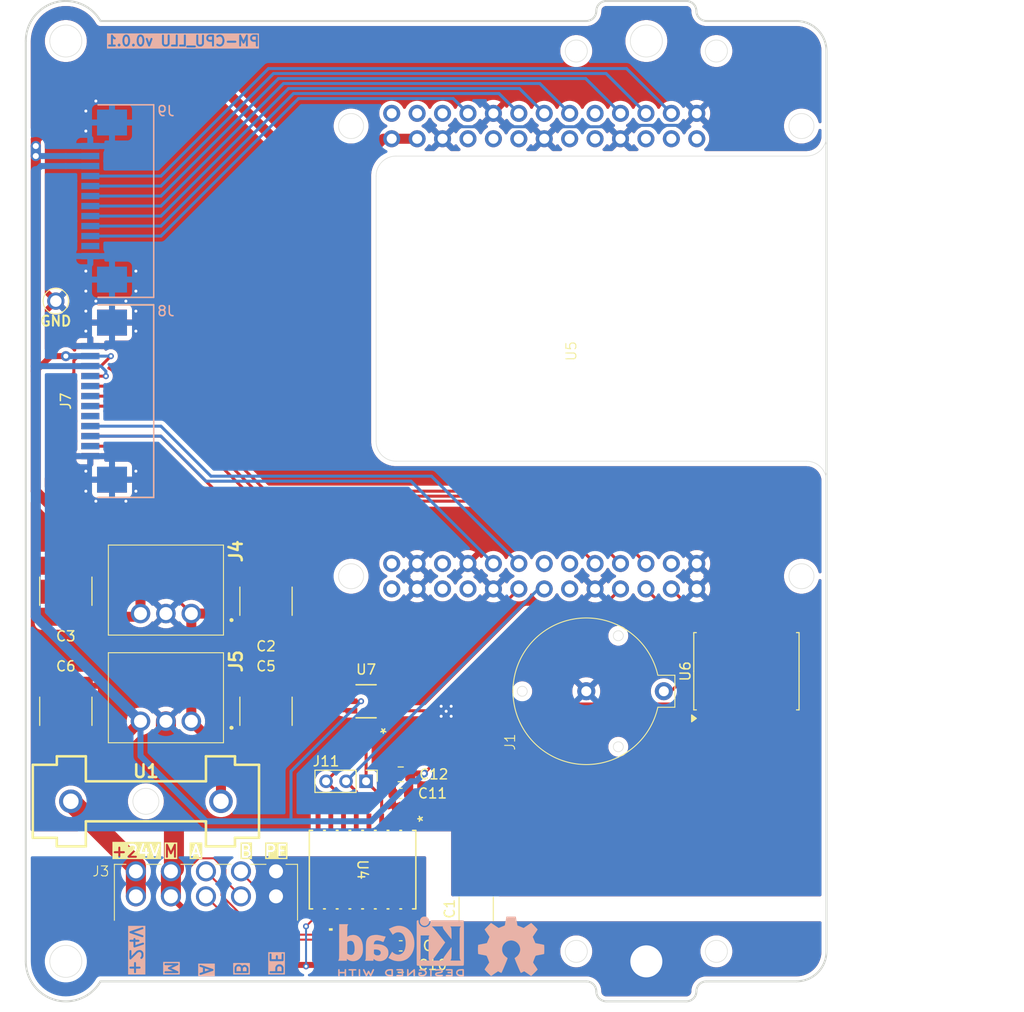
<source format=kicad_pcb>
(kicad_pcb (version 20241229) (generator "pcbnew") (generator_version "9.0")
  (title_block (title "${article} v${version}"))
  (layers (0 "F.Cu" signal) (2 "B.Cu" signal) (13 "F.Paste" user) (15 "B.Paste" user) (5 "F.SilkS" user "F.Silkscreen") (7 "B.SilkS" user "B.Silkscreen") (1 "F.Mask" user) (3 "B.Mask" user) (25 "Edge.Cuts" user))
  (property "article" "PM-CPU_LLU")
  (property "version" "0.0.1")
  (net 0 "")
  (net 1 "/LED_1")
  (net 2 "/LED_2")
  (net 3 "/LED_0")
  (net 4 "/I2C0_SDA")
  (net 5 "/I2C0_SCL")
  (net 6 "/I2C1_SCL")
  (net 7 "PE")
  (net 8 "+24V_fuse")
  (net 9 "/UART_RTS")
  (net 10 "/UART_TX")
  (net 11 "/UART_RX")
  (net 17 "+24V_BUS")
  (net 18 "/Vbat")
  (net 19 "/B")
  (net 20 "/A")
  (net 22 "/UART_TX_LED")
  (net 24 "/UART_RX_LED")
  (net 30 "+3.3V_CPU")
  (net 31 "+3.3V_BUS")
  (net 32 "GND_BUS")
  (net 36 "unconnected-(J9-Pin_11-Pad11)")
  (net 37 "+5V_CPU")
  (net 42 "/I2C1_SDA")
  (net 55 "/SPI_MISO")
  (net 56 "/SPI_CS2")
  (net 57 "/SPI_SCK")
  (net 58 "/SPI_CS0")
  (net 59 "/SPI_CS1")
  (net 60 "/SPI_CS3")
  (net 61 "/SPI_MOSI")
  (footprint "kicad_inventree_lib:PE" (layer "F.Cu") (at 96.93 146.33)
    (property "Reference" "PE1" (hide yes))
    (property "Value" "PE")
  )
  (footprint "kicad_inventree_lib:DBV6-M" (layer "F.Cu") (at 68.93 120.33 180)
    (property "Reference" "U7")
    (property "Value" "SN74LVC2G14DBVR")
  )
  (footprint "kicad_inventree_lib:BS-12-A1AJ002-F" (layer "F.Cu") (at 98.68 119.33 -90)
    (property "Reference" "J1")
    (property "Value" "~")
    (fp_circle (center 0 14.15) (end 0.5 14.15) (stroke (width 0.05)) (fill no) (layer "Edge.Cuts"))
    (fp_circle (center -5.55 4.55) (end -5.05 4.55) (stroke (width 0.05)) (fill no) (layer "Edge.Cuts"))
    (fp_circle (center 5.55 4.55) (end 6.05 4.55) (stroke (width 0.05)) (fill no) (layer "Edge.Cuts"))
  )
  (footprint "Capacitor_SMD:C_2220_5750Metric" (layer "F.Cu") (at 38.93 109.33 90)
    (property "Reference" "C3")
    (property "Value" "22uF")
  )
  (footprint "kicad_inventree_lib:MountingHole_M3" (layer "F.Cu") (at 96.93 54.33)
    (property "Reference" "H3" (hide yes))
    (property "Value" "MountingHole_M3")
    (fp_circle (center 0 0) (end 1.6 0) (stroke (width 0.05)) (fill no) (layer "Edge.Cuts"))
  )
  (footprint "kicad_inventree_lib:LuckfoxLyraUltra" (layer "F.Cu") (at 114.93 85.33 90)
    (property "Reference" "U5")
    (property "Value" "~")
    (fp_line (start 17.5 -45) (end -9 -45) (stroke (width 0.05)) (layer "Edge.Cuts"))
    (fp_line (start -11 -43) (end -11 -2) (stroke (width 0.05)) (layer "Edge.Cuts"))
    (fp_line (start 19.5 -2) (end 19.5 -43) (stroke (width 0.05)) (layer "Edge.Cuts"))
    (fp_line (start 21.5 0) (end -13 0) (stroke (width 0.05)) (layer "Edge.Cuts"))
    (fp_arc (start 17.5 -45) (mid 18.914214 -44.414214) (end 19.5 -43) (stroke (width 0.05)) (layer "Edge.Cuts"))
    (fp_arc (start -11 -43) (mid -10.414214 -44.414214) (end -9 -45) (stroke (width 0.05)) (layer "Edge.Cuts"))
    (fp_arc (start -11 -2) (mid -11.585786 -0.585786) (end -13 0) (stroke (width 0.05)) (layer "Edge.Cuts"))
    (fp_arc (start 21.5 0) (mid 20.085786 -0.585786) (end 19.5 -2) (stroke (width 0.05)) (layer "Edge.Cuts"))
    (fp_circle (center 22.5 -47.5) (end 23.75 -47.5) (stroke (width 0.05)) (fill no) (layer "Edge.Cuts"))
    (fp_circle (center -22.5 -47.5) (end -21.25 -47.5) (stroke (width 0.05)) (fill no) (layer "Edge.Cuts"))
    (fp_circle (center 22.5 -2.5) (end 23.75 -2.5) (stroke (width 0.05)) (fill no) (layer "Edge.Cuts"))
    (fp_circle (center -22.5 -2.5) (end -21.25 -2.5) (stroke (width 0.05)) (fill no) (layer "Edge.Cuts"))
  )
  (footprint "Capacitor_SMD:C_2220_5750Metric" (layer "F.Cu") (at 38.93 121.33 90)
    (property "Reference" "C6")
    (property "Value" "22uF")
  )
  (footprint "Capacitor_SMD:C_1812_4532Metric" (layer "F.Cu") (at 79.93 141.08 90)
    (property "Reference" "C1")
    (property "Value" "4.7nF 2kV")
  )
  (footprint "kicad_inventree_lib:SOIC16-WBW_CLG" (layer "F.Cu") (at 68.58 137.16 -90)
    (property "Reference" "U4")
    (property "Value" "CA-IS3098W")
  )
  (footprint "kicad_inventree_lib:K7805-2000R3" (layer "F.Cu") (at 51.47 122.33 180)
    (property "Reference" "J5")
    (property "Value" "K7803-2000R3" (hide yes))
  )
  (footprint "kicad_inventree_lib:CONN10_AFA07-S12_JUS" (layer "F.Cu") (at 44.93 90.33 90)
    (property "Reference" "J7")
    (property "Value" "AFA07-S10FCC-00")
  )
  (footprint "Connector_PinHeader_2.00mm:PinHeader_1x03_P2.00mm_Vertical" (layer "F.Cu") (at 68.93 128.33 -90)
    (property "Reference" "J11")
    (property "Value" "PinHeader_01x03_P2.00_THT_straight")
  )
  (footprint "Capacitor_SMD:C_0805_2012Metric" (layer "F.Cu") (at 72.39 146.685 180)
    (property "Reference" "C10")
    (property "Value" "10uF")
  )
  (footprint "Capacitor_SMD:C_0805_2012Metric" (layer "F.Cu") (at 72.39 127.635 180)
    (property "Reference" "C12")
    (property "Value" "10uF")
  )
  (footprint "kicad_inventree_lib:K7805-2000R3" (layer "F.Cu") (at 51.47 111.565 180)
    (property "Reference" "J4")
    (property "Value" "K7805-2000R3" (hide yes))
  )
  (footprint "kicad_inventree_lib:PM_LED-xx-v0.0.1" (layer "F.Cu") (at 99.93 100.33)
    (property "Reference" "SP1" (hide yes))
    (property "Value" "~")
    (fp_circle (center -10 -45) (end -8.9 -45) (stroke (width 0.05)) (fill no) (layer "Edge.Cuts"))
    (fp_circle (center -10 45) (end -8.9 45) (stroke (width 0.05)) (fill no) (layer "Edge.Cuts"))
    (fp_circle (center 4 -45) (end 5.1 -45) (stroke (width 0.05)) (fill no) (layer "Edge.Cuts"))
    (fp_circle (center 4 45) (end 5.1 45) (stroke (width 0.05)) (fill no) (layer "Edge.Cuts"))
  )
  (footprint "kicad_inventree_lib:5117" (layer "F.Cu") (at 37.93 80.33)
    (property "Reference" "U2" (hide yes))
    (property "Value" "5117" (hide yes))
  )
  (footprint "Capacitor_SMD:C_0603_1608Metric" (layer "F.Cu") (at 72.39 144.78 180)
    (property "Reference" "C9")
    (property "Value" "100nF")
  )
  (footprint "Capacitor_SMD:C_2220_5750Metric" (layer "F.Cu") (at 58.93 121.33 90)
    (property "Reference" "C5")
    (property "Value" "22uF")
  )
  (footprint "kicad_inventree_lib:MountingHole_M3" (layer "F.Cu") (at 38.93 54.33)
    (property "Reference" "H2" (hide yes))
    (property "Value" "MountingHole_M3")
    (fp_circle (center 0 0) (end 1.6 0) (stroke (width 0.05)) (fill no) (layer "Edge.Cuts"))
  )
  (footprint "kicad_inventree_lib:MountingHole_M3" (layer "F.Cu") (at 38.93 146.33)
    (property "Reference" "H1" (hide yes))
    (property "Value" "MountingHole_M3")
    (fp_circle (center 0 0) (end 1.6 0) (stroke (width 0.05)) (fill no) (layer "Edge.Cuts"))
  )
  (footprint "Capacitor_SMD:C_2220_5750Metric" (layer "F.Cu") (at 58.93 110.33 90)
    (property "Reference" "C2")
    (property "Value" "22uF")
  )
  (footprint "Package_SO:SOIC-16W_7.5x10.3mm_P1.27mm" (layer "F.Cu") (at 106.93 117.33 90)
    (property "Reference" "U6")
    (property "Value" "DS3231")
  )
  (footprint "kicad_inventree_lib:15EDGRHC-THR-3.5-10P" (layer "F.Cu") (at 52.93 137.33)
    (property "Reference" "J3")
    (property "Value" "15EDGRHC-THR-3.5-10P")
  )
  (footprint "Capacitor_SMD:C_0603_1608Metric" (layer "F.Cu") (at 72.39 129.54 180)
    (property "Reference" "C11")
    (property "Value" "100nF")
  )
  (footprint "kicad_inventree_lib:649-Series-Holder" (layer "F.Cu") (at 46.93 130.33)
    (property "Reference" "U1")
    (property "Value" "64900001039" (hide yes))
    (fp_circle (center 0 0) (end 1.3 0) (stroke (width 0.05)) (fill no) (layer "Edge.Cuts"))
  )
  (footprint "kicad_inventree_lib:CONN10_AFA07-S12_JUS" (layer "B.Cu") (at 44.93 70.33 -90)
    (property "Reference" "J9")
    (property "Value" "AFA07-S10FCC-00")
  )
  (footprint "Symbol:KiCad-Logo2_5mm_SilkScreen" (layer "B.Cu") (at 72.43 144.83 180)
    (property "Reference" "kicad_logo" (hide yes))
    (property "Value" "KiCad-Logo2_5mm_SilkScreen" (hide yes))
  )
  (footprint "kicad_inventree_lib:CONN10_AFA07-S12_JUS" (layer "B.Cu") (at 44.93 90.33 -90)
    (property "Reference" "J8")
    (property "Value" "AFA07-S10FCC-00")
  )
  (footprint "Symbol:OSHW-Symbol_6.7x6mm_SilkScreen" (layer "B.Cu") (at 83.43 144.83 180)
    (property "Reference" "oshw_logo" (hide yes))
    (property "Value" "OSHW-Symbol_6.7x6mm_SilkScreen" (hide yes))
  )
  (gr_arc (start 101.93 149.33) (mid 102.222893 148.622893) (end 102.93 148.33) (stroke (width 0.2)) (layer "Edge.Cuts"))
  (gr_line (start 42.402973 52.33) (end 90.93 52.33) (stroke (width 0.2)) (layer "Edge.Cuts"))
  (gr_line (start 111.93 52.33) (end 102.93 52.33) (stroke (width 0.2)) (layer "Edge.Cuts"))
  (gr_line (start 34.93 54.33) (end 34.93 146.33) (stroke (width 0.2)) (layer "Edge.Cuts"))
  (gr_arc (start 38.93 50.33) (mid 40.931917 50.867006) (end 42.396314 52.333836) (stroke (width 0.2)) (layer "Edge.Cuts"))
  (gr_line (start 100.93 50.33) (end 92.93 50.33) (stroke (width 0.2)) (layer "Edge.Cuts"))
  (gr_arc (start 91.93 51.33) (mid 92.222893 50.622893) (end 92.93 50.33) (stroke (width 0.2)) (layer "Edge.Cuts"))
  (gr_arc (start 92.93 150.33) (mid 92.222893 150.037107) (end 91.93 149.33) (stroke (width 0.2)) (layer "Edge.Cuts"))
  (gr_line (start 90.93 148.33) (end 42.3941 148.33) (stroke (width 0.2)) (layer "Edge.Cuts"))
  (gr_line (start 102.93 148.33) (end 111.93 148.33) (stroke (width 0.2)) (layer "Edge.Cuts"))
  (gr_arc (start 42.394101 148.33) (mid 37.894724 150.193703) (end 34.93 146.33) (stroke (width 0.2)) (layer "Edge.Cuts"))
  (gr_arc (start 100.93 50.33) (mid 101.637107 50.622893) (end 101.93 51.33) (stroke (width 0.2)) (layer "Edge.Cuts"))
  (gr_arc (start 102.93 52.33) (mid 102.222893 52.037107) (end 101.93 51.33) (stroke (width 0.2)) (layer "Edge.Cuts"))
  (gr_arc (start 114.93 145.33) (mid 114.05132 147.45132) (end 111.93 148.33) (stroke (width 0.2)) (layer "Edge.Cuts"))
  (gr_line (start 92.93 150.33) (end 100.93 150.33) (stroke (width 0.2)) (layer "Edge.Cuts"))
  (gr_line (start 114.93 55.33) (end 114.93 145.33) (stroke (width 0.2)) (layer "Edge.Cuts"))
  (gr_arc (start 101.93 149.33) (mid 101.637107 150.037107) (end 100.93 150.33) (stroke (width 0.2)) (layer "Edge.Cuts"))
  (gr_arc (start 91.93 51.33) (mid 91.637107 52.037107) (end 90.93 52.33) (stroke (width 0.2)) (layer "Edge.Cuts"))
  (gr_arc (start 111.93 52.33) (mid 114.05132 53.20868) (end 114.93 55.33) (stroke (width 0.2)) (layer "Edge.Cuts"))
  (gr_arc (start 34.93 54.33) (mid 36.101573 51.501573) (end 38.93 50.33) (stroke (width 0.2)) (layer "Edge.Cuts"))
  (gr_arc (start 90.93 148.33) (mid 91.637107 148.622893) (end 91.93 149.33) (stroke (width 0.2)) (layer "Edge.Cuts"))
  (gr_text "PE" (at 59.93 135.33 0) (layer "F.SilkS" knockout) (effects (font (size 1.2 1.2) (thickness 0.2) (bold yes))))
  (gr_text "A" (at 51.93 135.33 0) (layer "F.SilkS" knockout) (effects (font (size 1.2 1.2) (thickness 0.2) (bold yes))))
  (gr_text "GND" (at 37.93 82.33 0) (layer "F.SilkS") (effects (font (size 1 1) (thickness 0.2) (bold yes))))
  (gr_text "B" (at 56.93 135.33 0) (layer "F.SilkS" knockout) (effects (font (size 1.2 1.2) (thickness 0.2) (bold yes))))
  (gr_text "+24V" (at 45.93 135.33 0) (layer "F.SilkS" knockout) (effects (font (size 1.2 1.2) (thickness 0.2) (bold yes))))
  (gr_text "M" (at 49.43 135.33 0) (layer "F.SilkS" knockout) (effects (font (size 1.2 1.2) (thickness 0.2) (bold yes))))
  (gr_text "${article} v${version}" (at 42.93 54.33 0) (layer "B.SilkS" knockout) (effects (font (size 1 1) (thickness 0.2) (bold yes)) (justify right mirror)))
  (gr_text "A" (at 52.93 147.83 270) (layer "B.SilkS" knockout) (effects (font (size 1.2 1.2) (thickness 0.2) (bold yes)) (justify left mirror)))
  (gr_text "+24V" (at 45.93 147.83 270) (layer "B.SilkS" knockout) (effects (font (size 1.2 1.2) (thickness 0.2) (bold yes)) (justify left mirror)))
  (gr_text "PE" (at 59.93 147.83 270) (layer "B.SilkS" knockout) (effects (font (size 1.2 1.2) (thickness 0.2) (bold yes)) (justify left mirror)))
  (gr_text "B" (at 56.43 147.83 270) (layer "B.SilkS" knockout) (effects (font (size 1.2 1.2) (thickness 0.2) (bold yes)) (justify left mirror)))
  (gr_text "M" (at 49.43 147.83 270) (layer "B.SilkS" knockout) (effects (font (size 1.2 1.2) (thickness 0.2) (bold yes)) (justify left mirror)))
  (segment (start 48.43 89.83) (end 41.374 89.83) (width 0.3) (layer "F.Cu") (net 1))
  (segment (start 87.617 99.827) (end 58.427 99.827) (width 0.3) (layer "F.Cu") (net 1))
  (segment (start 94.35 106.56) (end 87.617 99.827) (width 0.3) (layer "F.Cu") (net 1))
  (segment (start 58.427 99.827) (end 48.43 89.83) (width 0.3) (layer "F.Cu") (net 1))
  (segment (start 48.43 90.83) (end 41.374 90.83) (width 0.3) (layer "F.Cu") (net 2))
  (segment (start 85.578 100.328) (end 57.928 100.328) (width 0.3) (layer "F.Cu") (net 2))
  (segment (start 57.928 100.328) (end 48.43 90.83) (width 0.3) (layer "F.Cu") (net 2))
  (segment (start 91.81 106.56) (end 85.578 100.328) (width 0.3) (layer "F.Cu") (net 2))
  (segment (start 48.43 88.83) (end 58.926 99.326) (width 0.3) (layer "F.Cu") (net 3))
  (segment (start 58.926 99.326) (end 89.656 99.326) (width 0.3) (layer "F.Cu") (net 3))
  (segment (start 41.374 88.83) (end 48.43 88.83) (width 0.3) (layer "F.Cu") (net 3))
  (segment (start 89.656 99.326) (end 96.89 106.56) (width 0.3) (layer "F.Cu") (net 3))
  (segment (start 53.43 97.83) (end 75.46 97.83) (width 0.3) (layer "B.Cu") (net 4))
  (segment (start 75.46 97.83) (end 84.19 106.56) (width 0.3) (layer "B.Cu") (net 4))
  (segment (start 48.429998 92.829998) (end 53.43 97.83) (width 0.3) (layer "B.Cu") (net 4))
  (segment (start 41.374 92.829998) (end 48.429998 92.829998) (width 0.3) (layer "B.Cu") (net 4))
  (segment (start 73.42 98.33) (end 81.65 106.56) (width 0.3) (layer "B.Cu") (net 5))
  (segment (start 52.930004 98.33) (end 73.42 98.33) (width 0.3) (layer "B.Cu") (net 5))
  (segment (start 41.374 93.829996) (end 48.43 93.829996) (width 0.3) (layer "B.Cu") (net 5))
  (segment (start 48.43 93.829996) (end 52.930004 98.33) (width 0.3) (layer "B.Cu") (net 5))
  (segment (start 96.89 109.1) (end 100.47 112.68) (width 0.3) (layer "F.Cu") (net 6))
  (segment (start 100.47 112.68) (end 102.485 112.68) (width 0.3) (layer "F.Cu") (net 6))
  (segment (start 53.02 123.88) (end 51.47 122.33) (width 1) (layer "F.Cu") (net 8))
  (segment (start 39.971 100.066) (end 51.47 111.565) (width 0.3) (layer "F.Cu") (net 8))
  (segment (start 37.43 97.49384) (end 39.971 100.03484) (width 0.3) (layer "F.Cu") (net 8))
  (segment (start 39.731 86.271306) (end 40.1723 85.830006) (width 0.3) (layer "F.Cu") (net 8))
  (segment (start 58.93 123.88) (end 53.02 123.88) (width 1) (layer "F.Cu") (net 8))
  (segment (start 39.971 100.03484) (end 39.971 100.066) (width 0.3) (layer "F.Cu") (net 8))
  (segment (start 54.43 125.29) (end 53.02 123.88) (width 1) (layer "F.Cu") (net 8))
  (segment (start 51.47 111.565) (end 57.615 111.565) (width 1) (layer "F.Cu") (net 8))
  (segment (start 54.43 130.33) (end 54.43 125.29) (width 1) (layer "F.Cu") (net 8))
  (segment (start 39.731 87.529) (end 39.731 86.271306) (width 0.3) (layer "F.Cu") (net 8))
  (segment (start 51.47 122.33) (end 51.47 111.565) (width 1) (layer "F.Cu") (net 8))
  (segment (start 37.43 89.83) (end 37.43 97.49384) (width 0.3) (layer "F.Cu") (net 8))
  (segment (start 57.615 111.565) (end 58.93 112.88) (width 1) (layer "F.Cu") (net 8))
  (segment (start 40.1723 85.830006) (end 41.374 85.830006) (width 0.3) (layer "F.Cu") (net 8))
  (segment (start 39.731 87.529) (end 37.43 89.83) (width 0.3) (layer "F.Cu") (net 8))
  (segment (start 67.945 132.334) (end 69.215 132.334) (width 0.3) (layer "F.Cu") (net 9))
  (segment (start 67.945 129.345) (end 67.945 132.334) (width 0.3) (layer "F.Cu") (net 9))
  (segment (start 66.93 128.33) (end 67.945 129.345) (width 0.3) (layer "F.Cu") (net 9))
  (segment (start 86.16 109.1) (end 66.93 128.33) (width 0.3) (layer "B.Cu") (net 9))
  (segment (start 86.73 109.1) (end 86.16 109.1) (width 0.3) (layer "B.Cu") (net 9))
  (segment (start 69.43 120.885101) (end 69.43 119.456299) (width 0.3) (layer "F.Cu") (net 10))
  (segment (start 69.5063 119.379999) (end 70.39685 119.379999) (width 0.3) (layer "F.Cu") (net 10))
  (segment (start 73.910001 119.379999) (end 70.39685 119.379999) (width 0.3) (layer "F.Cu") (net 10))
  (segment (start 84.19 109.1) (end 73.910001 119.379999) (width 0.3) (layer "F.Cu") (net 10))
  (segment (start 69.43 119.456299) (end 69.5063 119.379999) (width 0.3) (layer "F.Cu") (net 10))
  (segment (start 66.675 132.334) (end 66.675 130.075) (width 0.3) (layer "F.Cu") (net 10))
  (segment (start 66.675 130.075) (end 64.93 128.33) (width 0.3) (layer "F.Cu") (net 10))
  (segment (start 64.93 128.33) (end 68.43 124.83) (width 0.3) (layer "F.Cu") (net 10))
  (segment (start 68.43 124.83) (end 68.43 121.885101) (width 0.3) (layer "F.Cu") (net 10))
  (segment (start 68.43 121.885101) (end 69.43 120.885101) (width 0.3) (layer "F.Cu") (net 10))
  (segment (start 75.059345 121.280001) (end 85.009346 111.33) (width 0.3) (layer "F.Cu") (net 11))
  (segment (start 85.009346 111.33) (end 92.12 111.33) (width 0.3) (layer "F.Cu") (net 11))
  (segment (start 70.485 129.885) (end 70.485 132.334) (width 0.3) (layer "F.Cu") (net 11))
  (segment (start 70.485 131.985) (end 70.485 132.334) (width 0.2) (layer "F.Cu") (net 11))
  (segment (start 68.93 122.746851) (end 70.39685 121.280001) (width 0.3) (layer "F.Cu") (net 11))
  (segment (start 68.93 128.33) (end 68.93 122.746851) (width 0.3) (layer "F.Cu") (net 11))
  (segment (start 70.39685 121.280001) (end 75.059345 121.280001) (width 0.3) (layer "F.Cu") (net 11))
  (segment (start 68.93 128.33) (end 70.485 129.885) (width 0.3) (layer "F.Cu") (net 11))
  (segment (start 92.12 111.33) (end 94.35 109.1) (width 0.3) (layer "F.Cu") (net 11))
  (segment (start 45.93 137.33) (end 45.93 136.83) (width 2) (layer "F.Cu") (net 17))
  (segment (start 45.93 137.33) (end 45.93 139.83) (width 2) (layer "F.Cu") (net 17))
  (segment (start 45.93 136.83) (end 39.43 130.33) (width 2) (layer "F.Cu") (net 17))
  (segment (start 105.025 113.704999) (end 99.399999 119.33) (width 0.3) (layer "F.Cu") (net 18))
  (segment (start 99.399999 119.33) (end 98.68 119.33) (width 0.3) (layer "F.Cu") (net 18))
  (segment (start 105.025 112.68) (end 105.025 113.704999) (width 0.3) (layer "F.Cu") (net 18))
  (segment (start 69.215 141.986) (end 69.215 141.453) (width 0.2) (layer "F.Cu") (net 19))
  (segment (start 51.308 140.462) (end 55.0077 144.162) (width 0.2) (layer "F.Cu") (net 19))
  (segment (start 67.8013 144.162) (end 69.215 142.748) (width 0.2) (layer "F.Cu") (net 19))
  (segment (start 69.215 142.748) (end 69.215 141.986) (width 0.2) (layer "F.Cu") (net 19))
  (segment (start 54.864 138.264) (end 54.864 137.16) (width 0.2) (layer "F.Cu") (net 19))
  (segment (start 53.734 136.03) (end 52.2243 136.03) (width 0.2) (layer "F.Cu") (net 19))
  (segment (start 58.63 139.656) (end 56.43 137.456) (width 0.2) (layer "F.Cu") (net 19))
  (segment (start 54.864 137.16) (end 53.734 136.03) (width 0.2) (layer "F.Cu") (net 19))
  (segment (start 68.2244 140.462) (end 61.1365 140.462) (width 0.2) (layer "F.Cu") (net 19))
  (segment (start 51.308 136.946) (end 51.308 140.462) (width 0.2) (layer "F.Cu") (net 19))
  (segment (start 60.3926 141.206) (end 59.4674 141.206) (width 0.2) (layer "F.Cu") (net 19))
  (segment (start 52.2243 136.03) (end 51.308 136.946) (width 0.2) (layer "F.Cu") (net 19))
  (segment (start 56.43 137.456) (end 56.43 137.33) (width 0.2) (layer "F.Cu") (net 19))
  (segment (start 69.215 141.453) (end 68.2244 140.462) (width 0.2) (layer "F.Cu") (net 19))
  (segment (start 58.63 140.368) (end 58.63 139.656) (width 0.2) (layer "F.Cu") (net 19))
  (segment (start 61.1365 140.462) (end 60.3926 141.206) (width 0.2) (layer "F.Cu") (net 19))
  (segment (start 55.0077 144.162) (end 67.8013 144.162) (width 0.2) (layer "F.Cu") (net 19))
  (segment (start 56.43 139.83) (end 54.864 138.264) (width 0.2) (layer "F.Cu") (net 19))
  (segment (start 59.4674 141.206) (end 58.63 140.368) (width 0.2) (layer "F.Cu") (net 19))
  (segment (start 67.945 141.64) (end 67.2163 140.911) (width 0.2) (layer "F.Cu") (net 20))
  (segment (start 54.483 138.883) (end 52.93 137.33) (width 0.2) (layer "F.Cu") (net 20))
  (segment (start 67.2163 140.911) (end 63.5937 140.911) (width 0.2) (layer "F.Cu") (net 20))
  (segment (start 56.762 143.662) (end 58.562355 143.662) (width 0.2) (layer "F.Cu") (net 20))
  (segment (start 54.530019 141.430019) (end 54.822566 141.722566) (width 0.2) (layer "F.Cu") (net 20))
  (segment (start 67.945 142.875) (end 67.945 141.986) (width 0.2) (layer "F.Cu") (net 20))
  (segment (start 56.181178 142.741767) (end 56.264185 142.658757) (width 0.2) (layer "F.Cu") (net 20))
  (segment (start 56.60544 143.505441) (end 56.690294 143.590294) (width 0.2) (layer "F.Cu") (net 20))
  (segment (start 56.688449 143.083022) (end 56.605439 143.166029) (width 0.2) (layer "F.Cu") (net 20))
  (segment (start 55.303856 142.203856) (end 55.294419 142.194419) (width 0.2) (layer "F.Cu") (net 20))
  (segment (start 67.945 141.986) (end 67.945 141.64) (width 0.2) (layer "F.Cu") (net 20))
  (segment (start 56.8745 142.113) (end 54.483 139.7215) (width 0.2) (layer "F.Cu") (net 20))
  (segment (start 56.603597 142.658758) (end 56.688449 142.74361) (width 0.2) (layer "F.Cu") (net 20))
  (segment (start 62.392 142.113) (end 56.8745 142.113) (width 0.2) (layer "F.Cu") (net 20))
  (segment (start 55.294419 142.194419) (end 54.982996 141.882996) (width 0.2) (layer "F.Cu") (net 20))
  (segment (start 54.483 139.7215) (end 54.483 138.883) (width 0.2) (layer "F.Cu") (net 20))
  (segment (start 54.982996 141.882996) (end 54.822566 141.722566) (width 0.2) (layer "F.Cu") (net 20))
  (segment (start 67.158 143.662) (end 67.945 142.875) (width 0.2) (layer "F.Cu") (net 20))
  (segment (start 56.690294 143.590294) (end 56.762 143.662) (width 0.2) (layer "F.Cu") (net 20))
  (segment (start 63.5937 140.911) (end 62.392 142.113) (width 0.2) (layer "F.Cu") (net 20))
  (segment (start 58.562355 143.662) (end 67.158 143.662) (width 0.2) (layer "F.Cu") (net 20))
  (segment (start 55.303856 142.203856) (end 55.841766 142.741766) (width 0.2) (layer "F.Cu") (net 20))
  (segment (start 52.93 139.83) (end 54.530019 141.430019) (width 0.2) (layer "F.Cu") (net 20))
  (arc (start 56.688449 142.74361) (mid 56.758743 142.913315) (end 56.688449 143.083022) (width 0.2) (layer "F.Cu") (net 20))
  (arc (start 55.841766 142.741766) (mid 56.011472 142.81206) (end 56.181178 142.741767) (width 0.2) (layer "F.Cu") (net 20))
  (arc (start 56.264185 142.658757) (mid 56.433891 142.588464) (end 56.603597 142.658758) (width 0.2) (layer "F.Cu") (net 20))
  (arc (start 56.605439 143.166029) (mid 56.535146 143.335735) (end 56.60544 143.505441) (width 0.2) (layer "F.Cu") (net 20))
  (segment (start 48.429996 93.829996) (end 55.429 100.829) (width 0.3) (layer "F.Cu") (net 22))
  (segment (start 65.431 117.347849) (end 67.46315 119.379999) (width 0.3) (layer "F.Cu") (net 22))
  (segment (start 55.429 100.829) (end 61.429 100.829) (width 0.3) (layer "F.Cu") (net 22))
  (segment (start 41.374 93.829996) (end 48.429996 93.829996) (width 0.3) (layer "F.Cu") (net 22))
  (segment (start 61.429 100.829) (end 65.431 104.831) (width 0.3) (layer "F.Cu") (net 22))
  (segment (start 65.431 104.831) (end 65.431 117.347849) (width 0.3) (layer "F.Cu") (net 22))
  (segment (start 64.93 119.637401) (end 66.5726 121.280001) (width 0.3) (layer "F.Cu") (net 24))
  (segment (start 64.93 105.03852) (end 64.93 119.637401) (width 0.3) (layer "F.Cu") (net 24))
  (segment (start 54.93 101.33) (end 61.22148 101.33) (width 0.3) (layer "F.Cu") (net 24))
  (segment (start 48.429994 94.829994) (end 54.93 101.33) (width 0.3) (layer "F.Cu") (net 24))
  (segment (start 41.374 94.829994) (end 48.429994 94.829994) (width 0.3) (layer "F.Cu") (net 24))
  (segment (start 61.22148 101.33) (end 64.93 105.03852) (width 0.3) (layer "F.Cu") (net 24))
  (segment (start 66.5726 121.280001) (end 67.46315 121.280001) (width 0.3) (layer "F.Cu") (net 24))
  (segment (start 103.755 121.98) (end 103.755 120.955001) (width 0.3) (layer "F.Cu") (net 30))
  (segment (start 73.43 127.545) (end 73.34 127.635) (width 0.6) (layer "F.Cu") (net 30))
  (segment (start 81.656 120.604) (end 103.403999 120.604) (width 0.3) (layer "F.Cu") (net 30))
  (segment (start 42.929998 87.830002) (end 42.93 87.83) (width 0.3) (layer "F.Cu") (net 30))
  (segment (start 73.165 129.54) (end 73.025 129.68) (width 0.2) (layer "F.Cu") (net 30))
  (segment (start 73.025 132.334) (end 73.025 129.68) (width 0.3) (layer "F.Cu") (net 30))
  (segment (start 74.715 127.545) (end 81.656 120.604) (width 0.3) (layer "F.Cu") (net 30))
  (segment (start 67.46315 120.33) (end 68.43 120.33) (width 0.3) (layer "F.Cu") (net 30))
  (segment (start 44.84 123.88) (end 46.39 122.33) (width 1) (layer "F.Cu") (net 30))
  (segment (start 73.34 127.635) (end 73.34 129.365) (width 0.6) (layer "F.Cu") (net 30))
  (segment (start 106.295 121.98) (end 106.295 120.955001) (width 0.3) (layer "F.Cu") (net 30))
  (segment (start 73.34 129.365) (end 73.165 129.54) (width 0.2) (layer "F.Cu") (net 30))
  (segment (start 38.93 123.88) (end 44.84 123.88) (width 1) (layer "F.Cu") (net 30))
  (segment (start 74.715 127.545) (end 73.43 127.545) (width 0.6) (layer "F.Cu") (net 30))
  (segment (start 106.295 120.955001) (end 105.943999 120.604) (width 0.3) (layer "F.Cu") (net 30))
  (segment (start 105.943999 120.604) (end 103.403999 120.604) (width 0.3) (layer "F.Cu") (net 30))
  (segment (start 103.755 120.955001) (end 103.403999 120.604) (width 0.3) (layer "F.Cu") (net 30))
  (segment (start 41.374 87.830002) (end 42.929998 87.830002) (width 0.3) (layer "F.Cu") (net 30))
  (via (at 68.43 120.33) (size 0.6) (drill 0.3) (layers "F.Cu" "B.Cu") (net 30))
  (via (at 42.93 87.83) (size 0.6) (drill 0.3) (layers "F.Cu" "B.Cu") (net 30))
  (via (at 74.715 127.545) (size 0.8) (drill 0.4) (layers "F.Cu" "B.Cu") (net 30))
  (segment (start 35.931 86.83) (end 35.931 111.871) (width 1) (layer "B.Cu") (net 30))
  (segment (start 38.93 66.830004) (end 36.431996 66.830004) (width 0.6) (layer "B.Cu") (net 30))
  (segment (start 42.430004 86.830004) (end 41.374 86.830004) (width 0.3) (layer "B.Cu") (net 30))
  (segment (start 61.43 132.33) (end 52.93 132.33) (width 0.6) (layer "B.Cu") (net 30))
  (segment (start 42.93 87.83) (end 42.93 87.33) (width 0.3) (layer "B.Cu") (net 30))
  (segment (start 41.374 66.830004) (end 38.93 66.830004) (width 0.6) (layer "B.Cu") (net 30))
  (segment (start 73.43 128.33) (end 69.43 132.33) (width 0.6) (layer "B.Cu") (net 30))
  (segment (start 36.431996 66.830004) (end 35.931 67.331) (width 0.6) (layer "B.Cu") (net 30))
  (segment (start 61.43 127.33) (end 61.43 132.33) (width 0.3) (layer "B.Cu") (net 30))
  (segment (start 73.93 128.33) (end 73.43 128.33) (width 0.6) (layer "B.Cu") (net 30))
  (segment (start 41.374 86.830004) (end 35.931004 86.830004) (width 0.6) (layer "B.Cu") (net 30))
  (segment (start 35.931 67.331) (end 35.931 86.83) (width 1) (layer "B.Cu") (net 30))
  (segment (start 74.715 127.545) (end 73.93 128.33) (width 0.6) (layer "B.Cu") (net 30))
  (segment (start 35.931004 86.830004) (end 35.931 86.83) (width 0.6) (layer "B.Cu") (net 30))
  (segment (start 35.931 111.871) (end 46.39 122.33) (width 1) (layer "B.Cu") (net 30))
  (segment (start 42.93 87.33) (end 42.430004 86.830004) (width 0.3) (layer "B.Cu") (net 30))
  (segment (start 52.93 132.33) (end 46.39 125.79) (width 0.6) (layer "B.Cu") (net 30))
  (segment (start 46.39 125.79) (end 46.39 122.33) (width 0.6) (layer "B.Cu") (net 30))
  (segment (start 69.43 132.33) (end 61.43 132.33) (width 0.6) (layer "B.Cu") (net 30))
  (segment (start 68.43 120.33) (end 61.43 127.33) (width 0.3) (layer "B.Cu") (net 30))
  (segment (start 73.025 144.64) (end 73.025 141.986) (width 0.2) (layer "F.Cu") (net 31))
  (segment (start 73.34 146.685) (end 73.34 144.955) (width 0.2) (layer "F.Cu") (net 31))
  (segment (start 73.165 144.78) (end 73.025 144.64) (width 0.2) (layer "F.Cu") (net 31))
  (segment (start 73.34 144.955) (end 73.165 144.78) (width 0.2) (layer "F.Cu") (net 31))
  (segment (start 49.731 129.169787) (end 48.93 128.368787) (width 2) (layer "F.Cu") (net 32))
  (segment (start 71.615 144.78) (end 71.755 144.64) (width 0.2) (layer "F.Cu") (net 32))
  (segment (start 64.135 141.986) (end 64.135 142.524) (width 0.2) (layer "F.Cu") (net 32))
  (segment (start 49.43 139.83) (end 56.285 146.685) (width 0.6) (layer "F.Cu") (net 32))
  (segment (start 65.405 141.986) (end 64.135 141.986) (width 0.2) (layer "F.Cu") (net 32))
  (segment (start 71.44 146.685) (end 71.44 146.0093) (width 0.2) (layer "F.Cu") (net 32))
  (segment (start 49.731 137.029) (end 49.731 129.169787) (width 2) (layer "F.Cu") (net 32))
  (segment (start 56.285 146.685) (end 71.44 146.685) (width 0.6) (layer "F.Cu") (net 32))
  (segment (start 48.93 128.368787) (end 48.93 122.33) (width 2) (layer "F.Cu") (net 32))
  (segment (start 63.774 141.986) (end 62.93 142.83) (width 0.2) (layer "F.Cu") (net 32))
  (segment (start 71.755 144.64) (end 71.755 141.986) (width 0.2) (layer "F.Cu") (net 32))
  (segment (start 49.43 137.33) (end 49.731 137.029) (width 2) (layer "F.Cu") (net 32))
  (segment (start 71.44 146.0093) (end 71.44 144.955) (width 0.2) (layer "F.Cu") (net 32))
  (segment (start 71.44 144.955) (end 71.615 144.78) (width 0.2) (layer "F.Cu") (net 32))
  (segment (start 49.43 137.33) (end 49.43 139.83) (width 2) (layer "F.Cu") (net 32))
  (segment (start 64.135 141.986) (end 63.774 141.986) (width 0.2) (layer "F.Cu") (net 32))
  (via (at 45.93 97.33) (size 0.6) (drill 0.3) (layers "F.Cu" "B.Cu") (net 32))
  (via (at 40.93 83.33) (size 0.6) (drill 0.3) (layers "F.Cu" "B.Cu") (net 32))
  (via (at 40.93 99.33) (size 0.6) (drill 0.3) (layers "F.Cu" "B.Cu") (net 32))
  (via (at 77.43 120.83) (size 0.6) (drill 0.3) (layers "F.Cu" "B.Cu") (net 32))
  (via (at 62.93 146.83) (size 0.6) (drill 0.3) (layers "F.Cu" "B.Cu") (net 32))
  (via (at 45.93 83.33) (size 0.6) (drill 0.3) (layers "F.Cu" "B.Cu") (net 32))
  (via (at 41.93 60.33) (size 0.6) (drill 0.3) (layers "F.Cu" "B.Cu") (net 32))
  (via (at 76.93 121.33) (size 0.6) (drill 0.3) (layers "F.Cu" "B.Cu") (net 32))
  (via (at 76.43 121.83) (size 0.6) (drill 0.3) (layers "F.Cu" "B.Cu") (net 32))
  (via (at 44.93 100.33) (size 0.6) (drill 0.3) (layers "F.Cu" "B.Cu") (net 32))
  (via (at 40.93 77.33) (size 0.6) (drill 0.3) (layers "F.Cu" "B.Cu") (net 32))
  (via (at 40.93 97.33) (size 0.6) (drill 0.3) (layers "F.Cu" "B.Cu") (net 32))
  (via (at 45.93 79.33) (size 0.6) (drill 0.3) (layers "F.Cu" "B.Cu") (net 32))
  (via (at 45.93 99.33) (size 0.6) (drill 0.3) (layers "F.Cu" "B.Cu") (net 32))
  (via (at 40.93 81.33) (size 0.6) (drill 0.3) (layers "F.Cu" "B.Cu") (net 32))
  (via (at 45.93 77.33) (size 0.6) (drill 0.3) (layers "F.Cu" "B.Cu") (net 32))
  (via (at 40.93 63.33) (size 0.6) (drill 0.3) (layers "F.Cu" "B.Cu") (net 32))
  (via (at 77.43 121.83) (size 0.6) (drill 0.3) (layers "F.Cu" "B.Cu") (net 32))
  (via (at 44.93 80.33) (size 0.6) (drill 0.3) (layers "F.Cu" "B.Cu") (net 32))
  (via (at 62.93 142.83) (size 0.6) (drill 0.3) (layers "F.Cu" "B.Cu") (net 32))
  (via (at 45.93 81.33) (size 0.6) (drill 0.3) (layers "F.Cu" "B.Cu") (net 32))
  (via (at 41.93 80.33) (size 0.6) (drill 0.3) (layers "F.Cu" "B.Cu") (net 32))
  (via (at 40.93 79.33) (size 0.6) (drill 0.3) (layers "F.Cu" "B.Cu") (net 32))
  (via (at 41.93 100.33) (size 0.6) (drill 0.3) (layers "F.Cu" "B.Cu") (net 32))
  (via (at 76.43 120.83) (size 0.6) (drill 0.3) (layers "F.Cu" "B.Cu") (net 32))
  (via (at 40.93 61.33) (size 0.6) (drill 0.3) (layers "F.Cu" "B.Cu") (net 32))
  (segment (start 80.311 62.899) (end 81.65 61.56) (width 0.3) (layer "B.Cu") (net 32))
  (segment (start 77.771 62.899) (end 80.311 62.899) (width 0.3) (layer "B.Cu") (net 32))
  (segment (start 85.529 62.899) (end 82.989 62.899) (width 0.3) (layer "B.Cu") (net 32))
  (segment (start 86.73 64.1) (end 85.529 62.899) (width 0.3) (layer "B.Cu") (net 32))
  (segment (start 95.689 62.761) (end 100.769 62.761) (width 0.3) (layer "B.Cu") (net 32))
  (segment (start 76.57 64.1) (end 77.771 62.899) (width 0.3) (layer "B.Cu") (net 32))
  (segment (start 100.769 62.761) (end 101.97 61.56) (width 0.3) (layer "B.Cu") (net 32))
  (segment (start 87.931 62.899) (end 86.73 64.1) (width 0.3) (layer "B.Cu") (net 32))
  (segment (start 93.149 62.899) (end 87.931 62.899) (width 0.3) (layer "B.Cu") (net 32))
  (segment (start 62.93 142.83) (end 62.93 146.83) (width 0.2) (layer "B.Cu") (net 32))
  (segment (start 82.989 62.899) (end 81.65 61.56) (width 0.3) (layer "B.Cu") (net 32))
  (segment (start 94.35 64.1) (end 95.689 62.761) (width 0.3) (layer "B.Cu") (net 32))
  (segment (start 94.35 64.1) (end 93.149 62.899) (width 0.3) (layer "B.Cu") (net 32))
  (segment (start 41.374 74.829994) (end 41.373994 74.83) (width 0.2) (layer "B.Cu") (net 36))
  (segment (start 36.429996 86.830004) (end 35.93 87.33) (width 0.6) (layer "F.Cu") (net 37))
  (segment (start 35.93 64.157541) (end 40.757541 59.33) (width 1) (layer "F.Cu") (net 37))
  (segment (start 43.43 85.83) (end 42.429996 86.830004) (width 0.3) (layer "F.Cu") (net 37))
  (segment (start 36.429996 86.830004) (end 37.43 85.83) (width 0.6) (layer "F.Cu") (net 37))
  (segment (start 46.39 109.788156) (end 35.93 99.328156) (width 1) (layer "F.Cu") (net 37))
  (segment (start 35.93 65.83) (end 35.93 64.83) (width 1) (layer "F.Cu") (net 37))
  (segment (start 42.429996 86.830004) (end 41.374 86.830004) (width 0.3) (layer "F.Cu") (net 37))
  (segment (start 40.757541 59.33) (end 54.93 59.33) (width 1) (layer "F.Cu") (net 37))
  (segment (start 38.93 111.88) (end 46.075 111.88) (width 1) (layer "F.Cu") (net 37))
  (segment (start 60.681 65.081) (end 68.93 65.081) (width 1) (layer "F.Cu") (net 37))
  (segment (start 35.93 87.33) (end 35.93 65.83) (width 1) (layer "F.Cu") (net 37))
  (segment (start 35.93 99.328156) (end 35.93 87.33) (width 1) (layer "F.Cu") (net 37))
  (segment (start 68.93 65.081) (end 69.679 65.081) (width 1) (layer "F.Cu") (net 37))
  (segment (start 35.93 64.83) (end 35.93 64.157541) (width 1) (layer "F.Cu") (net 37))
  (segment (start 54.93 59.33) (end 60.681 65.081) (width 1) (layer "F.Cu") (net 37))
  (segment (start 71.49 64.1) (end 74.03 64.1) (width 1) (layer "F.Cu") (net 37))
  (segment (start 37.43 85.83) (end 38.93 85.83) (width 0.6) (layer "F.Cu") (net 37))
  (segment (start 70.66 64.1) (end 71.49 64.1) (width 1) (layer "F.Cu") (net 37))
  (segment (start 46.075 111.88) (end 46.39 111.565) (width 1) (layer "F.Cu") (net 37))
  (segment (start 46.39 111.565) (end 46.39 109.788156) (width 1) (layer "F.Cu") (net 37))
  (segment (start 69.679 65.081) (end 70.66 64.1) (width 1) (layer "F.Cu") (net 37))
  (via (at 38.93 85.83) (size 1) (drill 0.5) (layers "F.Cu" "B.Cu") (net 37))
  (via (at 35.93 64.83) (size 1) (drill 0.6) (layers "F.Cu" "B.Cu") (net 37))
  (via (at 43.43 85.83) (size 0.6) (drill 0.3) (layers "F.Cu" "B.Cu") (net 37))
  (via (at 35.93 65.83) (size 1) (drill 0.6) (layers "F.Cu" "B.Cu") (net 37))
  (segment (start 35.93 64.83) (end 35.93 65.83) (width 1) (layer "B.Cu") (net 37))
  (segment (start 41.373991 65.83) (end 41.374 65.830009) (width 0.6) (layer "B.Cu") (net 37))
  (segment (start 41.373994 65.83) (end 41.374 65.830006) (width 0.6) (layer "B.Cu") (net 37))
  (segment (start 41.373994 85.83) (end 41.374 85.830006) (width 0.6) (layer "B.Cu") (net 37))
  (segment (start 38.93 65.83) (end 41.373994 65.83) (width 0.6) (layer "B.Cu") (net 37))
  (segment (start 39.93 85.830006) (end 41.374 85.830006) (width 0.6) (layer "B.Cu") (net 37))
  (segment (start 38.929994 85.830006) (end 39.93 85.830006) (width 0.6) (layer "B.Cu") (net 37))
  (segment (start 43.43 85.83) (end 43.429994 85.830006) (width 0.3) (layer "B.Cu") (net 37))
  (segment (start 43.429994 85.830006) (end 41.374 85.830006) (width 0.3) (layer "B.Cu") (net 37))
  (segment (start 35.93 65.83) (end 38.93 65.83) (width 0.6) (layer "B.Cu") (net 37))
  (segment (start 99.43 109.1) (end 101.16 110.83) (width 0.3) (layer "F.Cu") (net 42))
  (segment (start 103.755 111.655001) (end 103.755 112.68) (width 0.3) (layer "F.Cu") (net 42))
  (segment (start 102.929999 110.83) (end 103.755 111.655001) (width 0.3) (layer "F.Cu") (net 42))
  (segment (start 101.16 110.83) (end 102.929999 110.83) (width 0.3) (layer "F.Cu") (net 42))
  (segment (start 41.373997 68.83) (end 41.374 68.830003) (width 0.2) (layer "B.Cu") (net 55))
  (segment (start 92.91 57.58) (end 96.89 61.56) (width 0.3) (layer "B.Cu") (net 55))
  (segment (start 48.43 68.83) (end 59.68 57.58) (width 0.3) (layer "B.Cu") (net 55))
  (segment (start 59.68 57.58) (end 92.91 57.58) (width 0.3) (layer "B.Cu") (net 55))
  (segment (start 41.374 68.83) (end 48.43 68.83) (width 0.3) (layer "B.Cu") (net 55))
  (segment (start 82.21 59.58) (end 84.19 61.56) (width 0.3) (layer "B.Cu") (net 56))
  (segment (start 48.430002 72.829998) (end 61.68 59.58) (width 0.3) (layer "B.Cu") (net 56))
  (segment (start 41.374 72.829998) (end 48.430002 72.829998) (width 0.3) (layer "B.Cu") (net 56))
  (segment (start 61.68 59.58) (end 82.21 59.58) (width 0.3) (layer "B.Cu") (net 56))
  (segment (start 41.373999 69.83) (end 41.374 69.830001) (width 0.2) (layer "B.Cu") (net 57))
  (segment (start 90.87 58.08) (end 94.35 61.56) (width 0.3) (layer "B.Cu") (net 57))
  (segment (start 48.43 69.83) (end 60.18 58.08) (width 0.3) (layer "B.Cu") (net 57))
  (segment (start 60.18 58.08) (end 90.87 58.08) (width 0.3) (layer "B.Cu") (net 57))
  (segment (start 41.374 69.83) (end 48.43 69.83) (width 0.3) (layer "B.Cu") (net 57))
  (segment (start 86.29 58.58) (end 89.27 61.56) (width 0.3) (layer "B.Cu") (net 58))
  (segment (start 60.68 58.58) (end 86.29 58.58) (width 0.3) (layer "B.Cu") (net 58))
  (segment (start 41.374 70.83) (end 48.43 70.83) (width 0.3) (layer "B.Cu") (net 58))
  (segment (start 48.43 70.83) (end 60.68 58.58) (width 0.3) (layer "B.Cu") (net 58))
  (segment (start 41.373999 70.83) (end 41.374 70.829999) (width 0.2) (layer "B.Cu") (net 58))
  (segment (start 84.25 59.08) (end 86.73 61.56) (width 0.3) (layer "B.Cu") (net 59))
  (segment (start 48.43 71.83) (end 61.18 59.08) (width 0.3) (layer "B.Cu") (net 59))
  (segment (start 41.374 71.83) (end 48.43 71.83) (width 0.3) (layer "B.Cu") (net 59))
  (segment (start 61.18 59.08) (end 84.25 59.08) (width 0.3) (layer "B.Cu") (net 59))
  (segment (start 41.373993 73.83) (end 41.374 73.829993) (width 0.2) (layer "B.Cu") (net 60))
  (segment (start 62.18 60.08) (end 77.63 60.08) (width 0.3) (layer "B.Cu") (net 60))
  (segment (start 48.430004 73.829996) (end 62.18 60.08) (width 0.3) (layer "B.Cu") (net 60))
  (segment (start 41.374 73.829996) (end 48.430004 73.829996) (width 0.3) (layer "B.Cu") (net 60))
  (segment (start 77.63 60.08) (end 79.11 61.56) (width 0.3) (layer "B.Cu") (net 60))
  (segment (start 48.429998 67.830002) (end 59.18 57.08) (width 0.3) (layer "B.Cu") (net 61))
  (segment (start 94.95 57.08) (end 99.43 61.56) (width 0.3) (layer "B.Cu") (net 61))
  (segment (start 59.18 57.08) (end 94.95 57.08) (width 0.3) (layer "B.Cu") (net 61))
  (segment (start 41.374 67.830002) (end 48.429998 67.830002) (width 0.3) (layer "B.Cu") (net 61))
  (zone (net 7) (net_name "PE") (layers "F.Cu" "B.Cu") (priority 1) (connect_pads yes (clearance 0.5)) (min_thickness 0.25) (fill yes (thermal_gap 0.5) (thermal_bridge_width 0.5))
    (polygon (pts (xy 33.93 135.83) (xy 74.93 135.83) (xy 74.93 142.33) (xy 115.43 142.33) (xy 115.43 150.33) (xy 33.93 150.83)))
  )
  (zone (net 32) (net_name "GND_BUS") (layers "F.Cu" "B.Cu") (connect_pads (clearance 0.4)) (min_thickness 0.3) (fill yes (thermal_gap 0.5) (thermal_bridge_width 0.6))
    (polygon (pts (xy 115.43 139.83) (xy 77.43 139.83) (xy 77.43 133.33) (xy 34.43 133.33) (xy 34.43 50.33) (xy 115.43 50.33)))
  )
)
</source>
